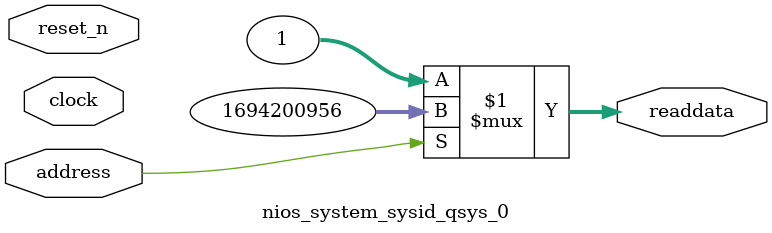
<source format=v>



// synthesis translate_off
`timescale 1ns / 1ps
// synthesis translate_on

// turn off superfluous verilog processor warnings 
// altera message_level Level1 
// altera message_off 10034 10035 10036 10037 10230 10240 10030 

module nios_system_sysid_qsys_0 (
               // inputs:
                address,
                clock,
                reset_n,

               // outputs:
                readdata
             )
;

  output  [ 31: 0] readdata;
  input            address;
  input            clock;
  input            reset_n;

  wire    [ 31: 0] readdata;
  //control_slave, which is an e_avalon_slave
  assign readdata = address ? 1694200956 : 1;

endmodule



</source>
